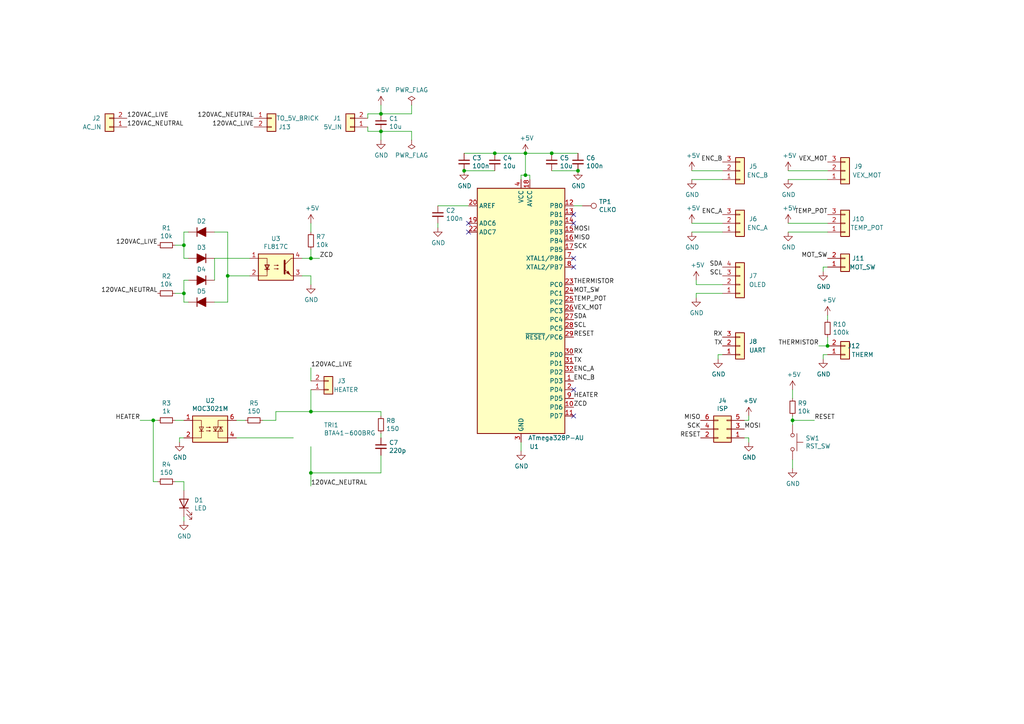
<source format=kicad_sch>
(kicad_sch (version 20211123) (generator eeschema)
  (paper "A4")
  (lib_symbols
    (symbol "Connector:TestPoint" (pin_numbers hide) (pin_names (offset 0.762) hide)
      (property "Reference" "TP" (at 0 6.858 0))
      (property "Value" "TestPoint" (at 0 5.08 0))
      (symbol "TestPoint_0_1"
        (circle (center 0 3.302) (radius 0.762))
      )
      (symbol "TestPoint_1_1"
        (pin passive line (at 0 0 90) (length 2.54) (name "1") (number "1"))
      )
    )
    (symbol "Connector_Generic:Conn_01x02" (pin_names (offset 1.016) hide)
      (property "Reference" "J" (at 0 2.54 0))
      (property "Value" "Conn_01x02" (at 0 -5.08 0))
      (symbol "Conn_01x02_1_1"
        (rectangle (start -1.27 -2.413) (end 0 -2.667) (stroke (width 0.1524)))
        (rectangle (start -1.27 0.127) (end 0 -0.127) (stroke (width 0.1524)))
        (rectangle (start -1.27 1.27) (end 1.27 -3.81) (stroke (width 0.254)) (fill (type background)))
        (pin passive line (at -5.08 0 0) (length 3.81) (name "Pin_1") (number "1"))
        (pin passive line (at -5.08 -2.54 0) (length 3.81) (name "Pin_2") (number "2"))
      )
    )
    (symbol "Connector_Generic:Conn_01x03" (pin_names (offset 1.016) hide)
      (property "Reference" "J" (at 0 5.08 0))
      (property "Value" "Conn_01x03" (at 0 -5.08 0))
      (symbol "Conn_01x03_1_1"
        (rectangle (start -1.27 -2.413) (end 0 -2.667) (stroke (width 0.1524)))
        (rectangle (start -1.27 0.127) (end 0 -0.127) (stroke (width 0.1524)))
        (rectangle (start -1.27 2.667) (end 0 2.413) (stroke (width 0.1524)))
        (rectangle (start -1.27 3.81) (end 1.27 -3.81) (stroke (width 0.254)) (fill (type background)))
        (pin passive line (at -5.08 2.54 0) (length 3.81) (name "Pin_1") (number "1"))
        (pin passive line (at -5.08 0 0) (length 3.81) (name "Pin_2") (number "2"))
        (pin passive line (at -5.08 -2.54 0) (length 3.81) (name "Pin_3") (number "3"))
      )
    )
    (symbol "Connector_Generic:Conn_01x04" (pin_names (offset 1.016) hide)
      (property "Reference" "J" (at 0 5.08 0))
      (property "Value" "Conn_01x04" (at 0 -7.62 0))
      (symbol "Conn_01x04_1_1"
        (rectangle (start -1.27 -4.953) (end 0 -5.207) (stroke (width 0.1524)))
        (rectangle (start -1.27 -2.413) (end 0 -2.667) (stroke (width 0.1524)))
        (rectangle (start -1.27 0.127) (end 0 -0.127) (stroke (width 0.1524)))
        (rectangle (start -1.27 2.667) (end 0 2.413) (stroke (width 0.1524)))
        (rectangle (start -1.27 3.81) (end 1.27 -6.35) (stroke (width 0.254)) (fill (type background)))
        (pin passive line (at -5.08 2.54 0) (length 3.81) (name "Pin_1") (number "1"))
        (pin passive line (at -5.08 0 0) (length 3.81) (name "Pin_2") (number "2"))
        (pin passive line (at -5.08 -2.54 0) (length 3.81) (name "Pin_3") (number "3"))
        (pin passive line (at -5.08 -5.08 0) (length 3.81) (name "Pin_4") (number "4"))
      )
    )
    (symbol "Connector_Generic:Conn_02x03_Odd_Even" (pin_names (offset 1.016) hide)
      (property "Reference" "J" (at 1.27 5.08 0))
      (property "Value" "Conn_02x03_Odd_Even" (at 1.27 -5.08 0))
      (symbol "Conn_02x03_Odd_Even_1_1"
        (rectangle (start -1.27 -2.413) (end 0 -2.667) (stroke (width 0.1524)))
        (rectangle (start -1.27 0.127) (end 0 -0.127) (stroke (width 0.1524)))
        (rectangle (start -1.27 2.667) (end 0 2.413) (stroke (width 0.1524)))
        (rectangle (start -1.27 3.81) (end 3.81 -3.81) (stroke (width 0.254)) (fill (type background)))
        (rectangle (start 3.81 -2.413) (end 2.54 -2.667) (stroke (width 0.1524)))
        (rectangle (start 3.81 0.127) (end 2.54 -0.127) (stroke (width 0.1524)))
        (rectangle (start 3.81 2.667) (end 2.54 2.413) (stroke (width 0.1524)))
        (pin passive line (at -5.08 2.54 0) (length 3.81) (name "Pin_1") (number "1"))
        (pin passive line (at 7.62 2.54 180) (length 3.81) (name "Pin_2") (number "2"))
        (pin passive line (at -5.08 0 0) (length 3.81) (name "Pin_3") (number "3"))
        (pin passive line (at 7.62 0 180) (length 3.81) (name "Pin_4") (number "4"))
        (pin passive line (at -5.08 -2.54 0) (length 3.81) (name "Pin_5") (number "5"))
        (pin passive line (at 7.62 -2.54 180) (length 3.81) (name "Pin_6") (number "6"))
      )
    )
    (symbol "Device:C_Small" (pin_numbers hide) (pin_names (offset 0.254) hide)
      (property "Reference" "C" (at 0.254 1.778 0))
      (property "Value" "C_Small" (at 0.254 -2.032 0))
      (symbol "C_Small_0_1"
        (polyline (pts (xy -1.524 -0.508) (xy 1.524 -0.508)) (stroke (width 0.3302)))
        (polyline (pts (xy -1.524 0.508) (xy 1.524 0.508)) (stroke (width 0.3048)))
      )
      (symbol "C_Small_1_1"
        (pin passive line (at 0 2.54 270) (length 2.032) (name "~") (number "1"))
        (pin passive line (at 0 -2.54 90) (length 2.032) (name "~") (number "2"))
      )
    )
    (symbol "Device:D_Filled" (pin_numbers hide) (pin_names (offset 1.016) hide)
      (property "Reference" "D" (at 0 2.54 0))
      (property "Value" "D_Filled" (at 0 -2.54 0))
      (symbol "D_Filled_0_1"
        (polyline (pts (xy -1.27 1.27) (xy -1.27 -1.27)) (stroke (width 0.254)))
        (polyline (pts (xy 1.27 0) (xy -1.27 0)))
        (polyline (pts (xy 1.27 1.27) (xy 1.27 -1.27) (xy -1.27 0) (xy 1.27 1.27)) (stroke (width 0.254)) (fill (type outline)))
      )
      (symbol "D_Filled_1_1"
        (pin passive line (at -3.81 0 0) (length 2.54) (name "K") (number "1"))
        (pin passive line (at 3.81 0 180) (length 2.54) (name "A") (number "2"))
      )
    )
    (symbol "Device:LED" (pin_numbers hide) (pin_names (offset 1.016) hide)
      (property "Reference" "D" (at 0 2.54 0))
      (property "Value" "LED" (at 0 -2.54 0))
      (symbol "LED_0_1"
        (polyline (pts (xy -1.27 -1.27) (xy -1.27 1.27)) (stroke (width 0.254)))
        (polyline (pts (xy -1.27 0) (xy 1.27 0)))
        (polyline (pts (xy 1.27 -1.27) (xy 1.27 1.27) (xy -1.27 0) (xy 1.27 -1.27)) (stroke (width 0.254)))
        (polyline (pts (xy -3.048 -0.762) (xy -4.572 -2.286) (xy -3.81 -2.286) (xy -4.572 -2.286) (xy -4.572 -1.524)))
        (polyline (pts (xy -1.778 -0.762) (xy -3.302 -2.286) (xy -2.54 -2.286) (xy -3.302 -2.286) (xy -3.302 -1.524)))
      )
      (symbol "LED_1_1"
        (pin passive line (at -3.81 0 0) (length 2.54) (name "K") (number "1"))
        (pin passive line (at 3.81 0 180) (length 2.54) (name "A") (number "2"))
      )
    )
    (symbol "Device:R_Small" (pin_numbers hide) (pin_names (offset 0.254) hide)
      (property "Reference" "R" (at 0.762 0.508 0))
      (property "Value" "R_Small" (at 0.762 -1.016 0))
      (symbol "R_Small_0_1"
        (rectangle (start -0.762 1.778) (end 0.762 -1.778) (stroke (width 0.2032)))
      )
      (symbol "R_Small_1_1"
        (pin passive line (at 0 2.54 270) (length 0.762) (name "~") (number "1"))
        (pin passive line (at 0 -2.54 90) (length 0.762) (name "~") (number "2"))
      )
    )
    (symbol "Isolator:SFH617A-1" (pin_names (offset 1.016))
      (property "Reference" "U" (at -5.08 5.08 0))
      (property "Value" "SFH617A-1" (at 0 5.08 0))
      (symbol "SFH617A-1_0_1"
        (rectangle (start -5.08 3.81) (end 5.08 -3.81) (stroke (width 0.254)) (fill (type background)))
        (polyline (pts (xy -3.175 -0.635) (xy -1.905 -0.635)) (stroke (width 0.254)))
        (polyline (pts (xy 2.54 0.635) (xy 4.445 2.54)))
        (polyline (pts (xy 4.445 -2.54) (xy 2.54 -0.635)) (fill (type outline)))
        (polyline (pts (xy 4.445 -2.54) (xy 5.08 -2.54)))
        (polyline (pts (xy 4.445 2.54) (xy 5.08 2.54)))
        (polyline (pts (xy -2.54 -0.635) (xy -2.54 -2.54) (xy -5.08 -2.54)))
        (polyline (pts (xy 2.54 1.905) (xy 2.54 -1.905) (xy 2.54 -1.905)) (stroke (width 0.508)))
        (polyline (pts (xy -5.08 2.54) (xy -2.54 2.54) (xy -2.54 -1.27) (xy -2.54 0.635)))
        (polyline (pts (xy -2.54 -0.635) (xy -3.175 0.635) (xy -1.905 0.635) (xy -2.54 -0.635)) (stroke (width 0.254)))
        (polyline (pts (xy -0.508 -0.508) (xy 0.762 -0.508) (xy 0.381 -0.635) (xy 0.381 -0.381) (xy 0.762 -0.508)))
        (polyline (pts (xy -0.508 0.508) (xy 0.762 0.508) (xy 0.381 0.381) (xy 0.381 0.635) (xy 0.762 0.508)))
        (polyline (pts (xy 3.048 -1.651) (xy 3.556 -1.143) (xy 4.064 -2.159) (xy 3.048 -1.651) (xy 3.048 -1.651)) (fill (type outline)))
      )
      (symbol "SFH617A-1_1_1"
        (pin passive line (at -7.62 2.54 0) (length 2.54) (name "~") (number "1"))
        (pin passive line (at -7.62 -2.54 0) (length 2.54) (name "~") (number "2"))
        (pin passive line (at 7.62 -2.54 180) (length 2.54) (name "~") (number "3"))
        (pin passive line (at 7.62 2.54 180) (length 2.54) (name "~") (number "4"))
      )
    )
    (symbol "MCU_Microchip_ATmega:ATmega328P-A"
      (property "Reference" "U" (at -12.7 36.83 0))
      (property "Value" "ATmega328P-A" (at 2.54 -36.83 0))
      (symbol "ATmega328P-A_0_1"
        (rectangle (start -12.7 -35.56) (end 12.7 35.56) (stroke (width 0.254)) (fill (type background)))
      )
      (symbol "ATmega328P-A_1_1"
        (pin bidirectional line (at 15.24 -20.32 180) (length 2.54) (name "PD3") (number "1"))
        (pin bidirectional line (at 15.24 -27.94 180) (length 2.54) (name "PD6") (number "10"))
        (pin bidirectional line (at 15.24 -30.48 180) (length 2.54) (name "PD7") (number "11"))
        (pin bidirectional line (at 15.24 30.48 180) (length 2.54) (name "PB0") (number "12"))
        (pin bidirectional line (at 15.24 27.94 180) (length 2.54) (name "PB1") (number "13"))
        (pin bidirectional line (at 15.24 25.4 180) (length 2.54) (name "PB2") (number "14"))
        (pin bidirectional line (at 15.24 22.86 180) (length 2.54) (name "PB3") (number "15"))
        (pin bidirectional line (at 15.24 20.32 180) (length 2.54) (name "PB4") (number "16"))
        (pin bidirectional line (at 15.24 17.78 180) (length 2.54) (name "PB5") (number "17"))
        (pin power_in line (at 2.54 38.1 270) (length 2.54) (name "AVCC") (number "18"))
        (pin input line (at -15.24 25.4 0) (length 2.54) (name "ADC6") (number "19"))
        (pin bidirectional line (at 15.24 -22.86 180) (length 2.54) (name "PD4") (number "2"))
        (pin passive line (at -15.24 30.48 0) (length 2.54) (name "AREF") (number "20"))
        (pin passive line (at 0 -38.1 90) (length 2.54) hide (name "GND") (number "21"))
        (pin input line (at -15.24 22.86 0) (length 2.54) (name "ADC7") (number "22"))
        (pin bidirectional line (at 15.24 7.62 180) (length 2.54) (name "PC0") (number "23"))
        (pin bidirectional line (at 15.24 5.08 180) (length 2.54) (name "PC1") (number "24"))
        (pin bidirectional line (at 15.24 2.54 180) (length 2.54) (name "PC2") (number "25"))
        (pin bidirectional line (at 15.24 0 180) (length 2.54) (name "PC3") (number "26"))
        (pin bidirectional line (at 15.24 -2.54 180) (length 2.54) (name "PC4") (number "27"))
        (pin bidirectional line (at 15.24 -5.08 180) (length 2.54) (name "PC5") (number "28"))
        (pin bidirectional line (at 15.24 -7.62 180) (length 2.54) (name "~{RESET}/PC6") (number "29"))
        (pin power_in line (at 0 -38.1 90) (length 2.54) (name "GND") (number "3"))
        (pin bidirectional line (at 15.24 -12.7 180) (length 2.54) (name "PD0") (number "30"))
        (pin bidirectional line (at 15.24 -15.24 180) (length 2.54) (name "PD1") (number "31"))
        (pin bidirectional line (at 15.24 -17.78 180) (length 2.54) (name "PD2") (number "32"))
        (pin power_in line (at 0 38.1 270) (length 2.54) (name "VCC") (number "4"))
        (pin passive line (at 0 -38.1 90) (length 2.54) hide (name "GND") (number "5"))
        (pin passive line (at 0 38.1 270) (length 2.54) hide (name "VCC") (number "6"))
        (pin bidirectional line (at 15.24 15.24 180) (length 2.54) (name "XTAL1/PB6") (number "7"))
        (pin bidirectional line (at 15.24 12.7 180) (length 2.54) (name "XTAL2/PB7") (number "8"))
        (pin bidirectional line (at 15.24 -25.4 180) (length 2.54) (name "PD5") (number "9"))
      )
    )
    (symbol "Relay_SolidState:MOC3021M"
      (property "Reference" "U" (at -5.334 4.826 0))
      (property "Value" "MOC3021M" (at 0 5.08 0))
      (symbol "MOC3021M_0_1"
        (rectangle (start -5.08 3.81) (end 5.08 -3.81) (stroke (width 0.254)) (fill (type background)))
        (polyline (pts (xy -3.175 -0.635) (xy -1.905 -0.635)))
        (polyline (pts (xy 1.524 -0.635) (xy 1.524 0.635)))
        (polyline (pts (xy 3.048 0.635) (xy 3.048 -0.635)))
        (polyline (pts (xy 2.286 -0.635) (xy 2.286 -2.54) (xy 5.08 -2.54)))
        (polyline (pts (xy 2.286 0.635) (xy 2.286 2.54) (xy 5.08 2.54)))
        (polyline (pts (xy -5.08 2.54) (xy -2.54 2.54) (xy -2.54 -2.54) (xy -5.08 -2.54)))
        (polyline (pts (xy -2.54 -0.635) (xy -3.175 0.635) (xy -1.905 0.635) (xy -2.54 -0.635)))
        (polyline (pts (xy 0.889 -0.635) (xy 3.683 -0.635) (xy 3.048 0.635) (xy 2.413 -0.635)))
        (polyline (pts (xy 3.683 0.635) (xy 0.889 0.635) (xy 1.524 -0.635) (xy 2.159 0.635)))
        (polyline (pts (xy -1.143 -0.508) (xy 0.127 -0.508) (xy -0.254 -0.635) (xy -0.254 -0.381) (xy 0.127 -0.508)))
        (polyline (pts (xy -1.143 0.508) (xy 0.127 0.508) (xy -0.254 0.381) (xy -0.254 0.635) (xy 0.127 0.508)))
      )
      (symbol "MOC3021M_1_1"
        (pin passive line (at -7.62 2.54 0) (length 2.54) (name "~") (number "1"))
        (pin passive line (at -7.62 -2.54 0) (length 2.54) (name "~") (number "2"))
        (pin no_connect line (at -5.08 0 0) (length 2.54) hide (name "NC") (number "3"))
        (pin passive line (at 7.62 -2.54 180) (length 2.54) (name "~") (number "4"))
        (pin no_connect line (at 5.08 0 180) (length 2.54) hide (name "NC") (number "5"))
        (pin passive line (at 7.62 2.54 180) (length 2.54) (name "~") (number "6"))
      )
    )
    (symbol "Switch:SW_Push" (pin_numbers hide) (pin_names (offset 1.016) hide)
      (property "Reference" "SW" (at 1.27 2.54 0))
      (property "Value" "SW_Push" (at 0 -1.524 0))
      (symbol "SW_Push_0_1"
        (circle (center -2.032 0) (radius 0.508))
        (polyline (pts (xy 0 1.27) (xy 0 3.048)))
        (polyline (pts (xy 2.54 1.27) (xy -2.54 1.27)))
        (circle (center 2.032 0) (radius 0.508))
        (pin passive line (at -5.08 0 0) (length 2.54) (name "1") (number "1"))
        (pin passive line (at 5.08 0 180) (length 2.54) (name "2") (number "2"))
      )
    )
    (symbol "power:+5V" (power) (pin_names (offset 0))
      (property "Value" "+5V" (at 0 3.556 0))
      (symbol "+5V_0_1"
        (polyline (pts (xy -0.762 1.27) (xy 0 2.54)))
        (polyline (pts (xy 0 0) (xy 0 2.54)))
        (polyline (pts (xy 0 2.54) (xy 0.762 1.27)))
      )
      (symbol "+5V_1_1"
        (pin power_in line (at 0 0 90) (length 0) hide (name "+5V") (number "1"))
      )
    )
    (symbol "power:GND" (power) (pin_names (offset 0))
      (property "Value" "GND" (at 0 -3.81 0))
      (symbol "GND_0_1"
        (polyline (pts (xy 0 0) (xy 0 -1.27) (xy 1.27 -1.27) (xy 0 -2.54) (xy -1.27 -1.27) (xy 0 -1.27)))
      )
      (symbol "GND_1_1"
        (pin power_in line (at 0 0 270) (length 0) hide (name "GND") (number "1"))
      )
    )
    (symbol "power:PWR_FLAG" (power) (pin_numbers hide) (pin_names (offset 0) hide)
      (property "Value" "PWR_FLAG" (at 0 3.81 0))
      (symbol "PWR_FLAG_0_0"
        (pin power_out line (at 0 0 90) (length 0) (name "pwr") (number "1"))
      )
      (symbol "PWR_FLAG_0_1"
        (polyline (pts (xy 0 0) (xy 0 1.27) (xy -1.016 1.905) (xy 0 2.54) (xy 1.016 1.905) (xy 0 1.27)))
      )
    )
  )
  (junction (at 66.04 80.01))
  (junction (at 167.64 49.53))
  (junction (at 229.87 121.92))
  (junction (at 53.34 71.12))
  (junction (at 90.17 119.38))
  (junction (at 152.4 50.8))
  (junction (at 134.62 49.53))
  (junction (at 90.17 74.93))
  (junction (at 44.45 121.92))
  (junction (at 53.34 85.09))
  (junction (at 143.51 44.45))
  (junction (at 152.4 44.45))
  (junction (at 90.17 137.16))
  (junction (at 240.03 100.33))
  (junction (at 110.49 33.02))
  (junction (at 160.02 44.45))
  (junction (at 110.49 38.1))
  (no_connect (at 166.37 113.03))
  (no_connect (at 135.89 64.77))
  (no_connect (at 166.37 64.77))
  (no_connect (at 166.37 62.23))
  (no_connect (at 166.37 77.47))
  (no_connect (at 166.37 120.65))
  (no_connect (at 135.89 67.31))
  (no_connect (at 166.37 74.93))
  (wire (pts (xy 110.49 137.16) (xy 110.49 132.08)))
  (wire (pts (xy 240.03 67.31) (xy 228.6 67.31)))
  (wire (pts (xy 152.4 50.8) (xy 153.67 50.8)))
  (wire (pts (xy 90.17 113.03) (xy 90.17 119.38)))
  (wire (pts (xy 160.02 49.53) (xy 167.64 49.53)))
  (wire (pts (xy 53.34 85.09) (xy 53.34 87.63)))
  (wire (pts (xy 217.17 127) (xy 217.17 128.27)))
  (wire (pts (xy 209.55 67.31) (xy 200.66 67.31)))
  (wire (pts (xy 106.68 33.02) (xy 110.49 33.02)))
  (wire (pts (xy 217.17 121.92) (xy 217.17 120.65)))
  (wire (pts (xy 209.55 52.07) (xy 200.66 52.07)))
  (wire (pts (xy 240.03 77.47) (xy 238.76 77.47)))
  (wire (pts (xy 53.34 139.7) (xy 53.34 142.24)))
  (wire (pts (xy 238.76 102.87) (xy 238.76 104.14)))
  (wire (pts (xy 110.49 119.38) (xy 110.49 120.65)))
  (wire (pts (xy 44.45 121.92) (xy 40.64 121.92)))
  (wire (pts (xy 151.13 52.07) (xy 151.13 50.8)))
  (wire (pts (xy 152.4 44.45) (xy 160.02 44.45)))
  (wire (pts (xy 72.39 74.93) (xy 62.23 74.93)))
  (wire (pts (xy 90.17 129.54) (xy 90.17 137.16)))
  (wire (pts (xy 143.51 49.53) (xy 134.62 49.53)))
  (wire (pts (xy 240.03 91.44) (xy 240.03 92.71)))
  (wire (pts (xy 53.34 87.63) (xy 54.61 87.63)))
  (wire (pts (xy 80.01 119.38) (xy 90.17 119.38)))
  (wire (pts (xy 200.66 64.77) (xy 209.55 64.77)))
  (wire (pts (xy 200.66 49.53) (xy 209.55 49.53)))
  (wire (pts (xy 110.49 30.48) (xy 110.49 33.02)))
  (wire (pts (xy 167.64 44.45) (xy 160.02 44.45)))
  (wire (pts (xy 153.67 50.8) (xy 153.67 52.07)))
  (wire (pts (xy 87.63 74.93) (xy 90.17 74.93)))
  (wire (pts (xy 106.68 34.29) (xy 106.68 33.02)))
  (wire (pts (xy 62.23 81.28) (xy 62.23 74.93)))
  (wire (pts (xy 134.62 44.45) (xy 143.51 44.45)))
  (wire (pts (xy 201.93 82.55) (xy 201.93 81.28)))
  (wire (pts (xy 119.38 40.64) (xy 119.38 38.1)))
  (wire (pts (xy 228.6 49.53) (xy 240.03 49.53)))
  (wire (pts (xy 209.55 102.87) (xy 208.28 102.87)))
  (wire (pts (xy 66.04 87.63) (xy 62.23 87.63)))
  (wire (pts (xy 119.38 33.02) (xy 119.38 30.48)))
  (wire (pts (xy 52.07 127) (xy 52.07 128.27)))
  (wire (pts (xy 72.39 80.01) (xy 66.04 80.01)))
  (wire (pts (xy 53.34 71.12) (xy 53.34 67.31)))
  (wire (pts (xy 54.61 74.93) (xy 53.34 74.93)))
  (wire (pts (xy 201.93 85.09) (xy 201.93 86.36)))
  (wire (pts (xy 66.04 80.01) (xy 66.04 87.63)))
  (wire (pts (xy 209.55 85.09) (xy 201.93 85.09)))
  (wire (pts (xy 151.13 50.8) (xy 152.4 50.8)))
  (wire (pts (xy 229.87 115.57) (xy 229.87 113.03)))
  (wire (pts (xy 50.8 139.7) (xy 53.34 139.7)))
  (wire (pts (xy 62.23 67.31) (xy 66.04 67.31)))
  (wire (pts (xy 238.76 77.47) (xy 238.76 78.74)))
  (wire (pts (xy 90.17 64.77) (xy 90.17 67.31)))
  (wire (pts (xy 45.72 139.7) (xy 44.45 139.7)))
  (wire (pts (xy 240.03 52.07) (xy 228.6 52.07)))
  (wire (pts (xy 50.8 121.92) (xy 53.34 121.92)))
  (wire (pts (xy 215.9 121.92) (xy 217.17 121.92)))
  (wire (pts (xy 66.04 67.31) (xy 66.04 80.01)))
  (wire (pts (xy 80.01 121.92) (xy 80.01 119.38)))
  (wire (pts (xy 90.17 137.16) (xy 90.17 140.97)))
  (wire (pts (xy 53.34 74.93) (xy 53.34 71.12)))
  (wire (pts (xy 106.68 36.83) (xy 106.68 38.1)))
  (wire (pts (xy 90.17 137.16) (xy 110.49 137.16)))
  (wire (pts (xy 106.68 38.1) (xy 110.49 38.1)))
  (wire (pts (xy 50.8 71.12) (xy 53.34 71.12)))
  (wire (pts (xy 237.49 100.33) (xy 240.03 100.33)))
  (wire (pts (xy 110.49 125.73) (xy 110.49 127)))
  (wire (pts (xy 119.38 38.1) (xy 110.49 38.1)))
  (wire (pts (xy 166.37 59.69) (xy 168.91 59.69)))
  (wire (pts (xy 68.58 127) (xy 85.09 127)))
  (wire (pts (xy 229.87 120.65) (xy 229.87 121.92)))
  (wire (pts (xy 209.55 82.55) (xy 201.93 82.55)))
  (wire (pts (xy 229.87 133.35) (xy 229.87 135.89)))
  (wire (pts (xy 87.63 80.01) (xy 90.17 80.01)))
  (wire (pts (xy 54.61 81.28) (xy 53.34 81.28)))
  (wire (pts (xy 228.6 64.77) (xy 240.03 64.77)))
  (wire (pts (xy 45.72 121.92) (xy 44.45 121.92)))
  (wire (pts (xy 127 59.69) (xy 135.89 59.69)))
  (wire (pts (xy 76.2 121.92) (xy 80.01 121.92)))
  (wire (pts (xy 90.17 74.93) (xy 92.71 74.93)))
  (wire (pts (xy 53.34 127) (xy 52.07 127)))
  (wire (pts (xy 127 64.77) (xy 127 66.04)))
  (wire (pts (xy 240.03 102.87) (xy 238.76 102.87)))
  (wire (pts (xy 240.03 97.79) (xy 240.03 100.33)))
  (wire (pts (xy 50.8 85.09) (xy 53.34 85.09)))
  (wire (pts (xy 110.49 40.64) (xy 110.49 38.1)))
  (wire (pts (xy 53.34 81.28) (xy 53.34 85.09)))
  (wire (pts (xy 68.58 121.92) (xy 71.12 121.92)))
  (wire (pts (xy 44.45 139.7) (xy 44.45 121.92)))
  (wire (pts (xy 90.17 106.68) (xy 90.17 110.49)))
  (wire (pts (xy 215.9 127) (xy 217.17 127)))
  (wire (pts (xy 110.49 33.02) (xy 119.38 33.02)))
  (wire (pts (xy 53.34 67.31) (xy 54.61 67.31)))
  (wire (pts (xy 229.87 121.92) (xy 236.22 121.92)))
  (wire (pts (xy 110.49 119.38) (xy 90.17 119.38)))
  (wire (pts (xy 90.17 74.93) (xy 90.17 72.39)))
  (wire (pts (xy 143.51 44.45) (xy 152.4 44.45)))
  (wire (pts (xy 229.87 121.92) (xy 229.87 123.19)))
  (wire (pts (xy 152.4 50.8) (xy 152.4 44.45)))
  (wire (pts (xy 90.17 80.01) (xy 90.17 82.55)))
  (wire (pts (xy 208.28 102.87) (xy 208.28 104.14)))
  (wire (pts (xy 151.13 128.27) (xy 151.13 130.81)))
  (wire (pts (xy 53.34 149.86) (xy 53.34 151.13)))
  (label "SDA" (at 166.37 92.71 0))
  (label "ENC_A" (at 166.37 107.95 0))
  (label "MOT_SW" (at 240.03 74.93 180))
  (label "THERMISTOR" (at 166.37 82.55 0))
  (label "SCL" (at 166.37 95.25 0))
  (label "SDA" (at 209.55 77.47 180))
  (label "THERMISTOR" (at 237.49 100.33 180))
  (label "120VAC_LIVE" (at 90.17 106.68 0))
  (label "RESET" (at 166.37 97.79 0))
  (label "120VAC_NEUTRAL" (at 45.72 85.09 180))
  (label "HEATER" (at 40.64 121.92 180))
  (label "TX" (at 209.55 100.33 180))
  (label "TX" (at 166.37 105.41 0))
  (label "VEX_MOT" (at 166.37 90.17 0))
  (label "120VAC_NEUTRAL" (at 73.66 34.29 180))
  (label "ZCD" (at 92.71 74.93 0))
  (label "ZCD" (at 166.37 118.11 0))
  (label "120VAC_NEUTRAL" (at 36.83 36.83 0))
  (label "MOSI" (at 166.37 67.31 0))
  (label "RESET" (at 236.22 121.92 0))
  (label "VEX_MOT" (at 240.03 46.99 180))
  (label "RX" (at 166.37 102.87 0))
  (label "120VAC_LIVE" (at 45.72 71.12 180))
  (label "SCK" (at 166.37 72.39 0))
  (label "RESET" (at 203.2 127 180))
  (label "120VAC_LIVE" (at 73.66 36.83 180))
  (label "MOSI" (at 215.9 124.46 0))
  (label "MISO" (at 166.37 69.85 0))
  (label "MOT_SW" (at 166.37 85.09 0))
  (label "HEATER" (at 166.37 115.57 0))
  (label "120VAC_NEUTRAL" (at 90.17 140.97 0))
  (label "RX" (at 209.55 97.79 180))
  (label "ENC_B" (at 209.55 46.99 180))
  (label "TEMP_POT" (at 240.03 62.23 180))
  (label "120VAC_LIVE" (at 36.83 34.29 0))
  (label "SCL" (at 209.55 80.01 180))
  (label "SCK" (at 203.2 124.46 180))
  (label "ENC_B" (at 166.37 110.49 0))
  (label "MISO" (at 203.2 121.92 180))
  (label "TEMP_POT" (at 166.37 87.63 0))
  (label "ENC_A" (at 209.55 62.23 180))
  (symbol (lib_id "MCU_Microchip_ATmega:ATmega328P-A") (at 151.13 90.17 0) (unit 1)
    (property "Reference" "U1" (at 154.94 129.54 0))
    (property "Value" "ATmega328P-AU" (at 161.29 127 0))
    (property "Footprint" "Package_QFP:TQFP-32_7x7mm_P0.8mm" (effects hide))
    (property "Datasheet" "http://ww1.microchip.com/downloads/en/DeviceDoc/ATmega328_P%20AVR%20MCU%20with%20picoPower%20Technology%20Data%20Sheet%2040001984A.pdf" (effects hide))
  )
  (symbol (lib_id "Connector_Generic:Conn_01x02") (at 101.6 36.83 180) (unit 1)
    (property "Reference" "J1" (at 97.79 34.29 0))
    (property "Value" "5V_IN" (at 96.52 36.83 0))
    (property "Footprint" "Connector_JST:JST_PH_B2B-PH-K_1x02_P2.00mm_Vertical" (effects hide))
  )
  (symbol (lib_id "power:GND") (at 110.49 40.64 0) (unit 1)
    (property "Reference" "#PWR0101" (effects hide))
    (property "Value" "GND" (at 110.617 45.0342 0))
  )
  (symbol (lib_id "power:+5V") (at 110.49 30.48 0) (unit 1)
    (property "Reference" "#PWR0102" (effects hide))
    (property "Value" "+5V" (at 110.871 26.0858 0))
  )
  (symbol (lib_id "power:GND") (at 151.13 130.81 0) (unit 1)
    (property "Reference" "#PWR0103" (effects hide))
    (property "Value" "GND" (at 151.257 135.2042 0))
  )
  (symbol (lib_id "power:+5V") (at 152.4 44.45 0) (unit 1)
    (property "Reference" "#PWR0104" (effects hide))
    (property "Value" "+5V" (at 152.781 40.0558 0))
  )
  (symbol (lib_id "Device:C_Small") (at 110.49 35.56 0) (unit 1)
    (property "Reference" "C1" (at 112.8268 34.3916 0) (effects (justify left)))
    (property "Value" "10u" (at 112.8268 36.703 0) (effects (justify left)))
    (property "Footprint" "Capacitor_SMD:C_0805_2012Metric_Pad1.15x1.40mm_HandSolder" (effects hide))
  )
  (symbol (lib_id "Device:C_Small") (at 143.51 46.99 0) (unit 1)
    (property "Reference" "C4" (at 145.8468 45.8216 0) (effects (justify left)))
    (property "Value" "10u" (at 145.8468 48.133 0) (effects (justify left)))
    (property "Footprint" "Capacitor_SMD:C_0805_2012Metric_Pad1.15x1.40mm_HandSolder" (effects hide))
  )
  (symbol (lib_id "Device:C_Small") (at 160.02 46.99 0) (unit 1)
    (property "Reference" "C5" (at 162.3568 45.8216 0) (effects (justify left)))
    (property "Value" "10u" (at 162.3568 48.133 0) (effects (justify left)))
    (property "Footprint" "Capacitor_SMD:C_0805_2012Metric_Pad1.15x1.40mm_HandSolder" (effects hide))
  )
  (symbol (lib_id "Device:C_Small") (at 134.62 46.99 0) (unit 1)
    (property "Reference" "C3" (at 136.9568 45.8216 0) (effects (justify left)))
    (property "Value" "100n" (at 136.9568 48.133 0) (effects (justify left)))
    (property "Footprint" "Capacitor_SMD:C_0805_2012Metric_Pad1.15x1.40mm_HandSolder" (effects hide))
  )
  (symbol (lib_id "Device:C_Small") (at 167.64 46.99 0) (unit 1)
    (property "Reference" "C6" (at 169.9768 45.8216 0) (effects (justify left)))
    (property "Value" "100n" (at 169.9768 48.133 0) (effects (justify left)))
    (property "Footprint" "Capacitor_SMD:C_0805_2012Metric_Pad1.15x1.40mm_HandSolder" (effects hide))
  )
  (symbol (lib_id "power:GND") (at 134.62 49.53 0) (unit 1)
    (property "Reference" "#PWR0105" (effects hide))
    (property "Value" "GND" (at 134.747 53.9242 0))
  )
  (symbol (lib_id "power:GND") (at 167.64 49.53 0) (unit 1)
    (property "Reference" "#PWR0106" (effects hide))
    (property "Value" "GND" (at 167.767 53.9242 0))
  )
  (symbol (lib_id "Device:C_Small") (at 127 62.23 0) (unit 1)
    (property "Reference" "C2" (at 129.3368 61.0616 0) (effects (justify left)))
    (property "Value" "100n" (at 129.3368 63.373 0) (effects (justify left)))
    (property "Footprint" "Capacitor_SMD:C_0805_2012Metric_Pad1.15x1.40mm_HandSolder" (effects hide))
  )
  (symbol (lib_id "power:GND") (at 127 66.04 0) (unit 1)
    (property "Reference" "#PWR0107" (effects hide))
    (property "Value" "GND" (at 127.127 70.4342 0))
  )
  (symbol (lib_id "Connector_Generic:Conn_02x03_Odd_Even") (at 210.82 124.46 180) (unit 1)
    (property "Reference" "J4" (at 209.55 116.205 0))
    (property "Value" "ISP" (at 209.55 118.5164 0))
    (property "Footprint" "Connector_PinHeader_2.54mm:PinHeader_2x03_P2.54mm_Vertical" (effects hide))
  )
  (symbol (lib_id "power:+5V") (at 217.17 120.65 0) (unit 1)
    (property "Reference" "#PWR0108" (effects hide))
    (property "Value" "+5V" (at 217.551 116.2558 0))
  )
  (symbol (lib_id "power:GND") (at 217.17 128.27 0) (unit 1)
    (property "Reference" "#PWR0109" (effects hide))
    (property "Value" "GND" (at 217.297 132.6642 0))
  )
  (symbol (lib_id "Device:R_Small") (at 229.87 118.11 0) (unit 1)
    (property "Reference" "R9" (at 231.3686 116.9416 0) (effects (justify left)))
    (property "Value" "10k" (at 231.3686 119.253 0) (effects (justify left)))
    (property "Footprint" "Resistor_SMD:R_0603_1608Metric_Pad1.05x0.95mm_HandSolder" (effects hide))
  )
  (symbol (lib_id "Switch:SW_Push") (at 229.87 128.27 270) (unit 1)
    (property "Reference" "SW1" (at 233.6292 127.1016 90) (effects (justify left)))
    (property "Value" "RST_SW" (at 233.6292 129.413 90) (effects (justify left)))
    (property "Footprint" "Button_Switch_THT:SW_PUSH_6mm_H5mm" (effects hide))
  )
  (symbol (lib_id "power:+5V") (at 229.87 113.03 0) (unit 1)
    (property "Reference" "#PWR0110" (effects hide))
    (property "Value" "+5V" (at 230.251 108.6358 0))
  )
  (symbol (lib_id "power:GND") (at 229.87 135.89 0) (unit 1)
    (property "Reference" "#PWR0111" (effects hide))
    (property "Value" "GND" (at 229.997 140.2842 0))
  )
  (symbol (lib_id "Connector_Generic:Conn_01x03") (at 214.63 100.33 0) (mirror x) (unit 1)
    (property "Reference" "J8" (at 218.44 99.06 0))
    (property "Value" "UART" (at 219.71 101.6 0))
    (property "Footprint" "Connector_PinHeader_2.54mm:PinHeader_1x03_P2.54mm_Vertical" (effects hide))
  )
  (symbol (lib_id "power:GND") (at 208.28 104.14 0) (unit 1)
    (property "Reference" "#PWR0112" (effects hide))
    (property "Value" "GND" (at 208.407 108.5342 0))
  )
  (symbol (lib_id "Connector_Generic:Conn_01x04") (at 214.63 82.55 0) (mirror x) (unit 1)
    (property "Reference" "J7" (at 218.44 80.01 0))
    (property "Value" "OLED" (at 219.71 82.55 0))
    (property "Footprint" "Connector_PinHeader_2.54mm:PinHeader_1x04_P2.54mm_Vertical" (effects hide))
  )
  (symbol (lib_id "power:+5V") (at 201.93 81.28 0) (unit 1)
    (property "Reference" "#PWR0113" (effects hide))
    (property "Value" "+5V" (at 202.311 76.8858 0))
  )
  (symbol (lib_id "power:GND") (at 201.93 86.36 0) (unit 1)
    (property "Reference" "#PWR0114" (effects hide))
    (property "Value" "GND" (at 202.057 90.7542 0))
  )
  (symbol (lib_id "Connector_Generic:Conn_01x03") (at 214.63 64.77 0) (mirror x) (unit 1)
    (property "Reference" "J6" (at 218.44 63.5 0))
    (property "Value" "ENC_A" (at 219.71 66.04 0))
    (property "Footprint" "Connector_PinHeader_2.54mm:PinHeader_1x03_P2.54mm_Vertical" (effects hide))
  )
  (symbol (lib_id "power:+5V") (at 200.66 64.77 0) (unit 1)
    (property "Reference" "#PWR0115" (effects hide))
    (property "Value" "+5V" (at 201.041 60.3758 0))
  )
  (symbol (lib_id "power:GND") (at 200.66 67.31 0) (unit 1)
    (property "Reference" "#PWR0116" (effects hide))
    (property "Value" "GND" (at 200.787 71.7042 0))
  )
  (symbol (lib_id "Connector_Generic:Conn_01x03") (at 214.63 49.53 0) (mirror x) (unit 1)
    (property "Reference" "J5" (at 218.44 48.26 0))
    (property "Value" "ENC_B" (at 219.71 50.8 0))
    (property "Footprint" "Connector_PinHeader_2.54mm:PinHeader_1x03_P2.54mm_Vertical" (effects hide))
  )
  (symbol (lib_id "power:+5V") (at 200.66 49.53 0) (unit 1)
    (property "Reference" "#PWR0117" (effects hide))
    (property "Value" "+5V" (at 201.041 45.1358 0))
  )
  (symbol (lib_id "power:GND") (at 200.66 52.07 0) (unit 1)
    (property "Reference" "#PWR0118" (effects hide))
    (property "Value" "GND" (at 200.787 56.4642 0))
  )
  (symbol (lib_id "Connector_Generic:Conn_01x03") (at 245.11 49.53 0) (mirror x) (unit 1)
    (property "Reference" "J9" (at 248.92 48.26 0))
    (property "Value" "VEX_MOT" (at 251.46 50.8 0))
    (property "Footprint" "Connector_PinHeader_2.54mm:PinHeader_1x03_P2.54mm_Vertical" (effects hide))
  )
  (symbol (lib_id "power:+5V") (at 228.6 49.53 0) (unit 1)
    (property "Reference" "#PWR0119" (effects hide))
    (property "Value" "+5V" (at 228.981 45.1358 0))
  )
  (symbol (lib_id "power:GND") (at 228.6 52.07 0) (unit 1)
    (property "Reference" "#PWR0120" (effects hide))
    (property "Value" "GND" (at 228.727 56.4642 0))
  )
  (symbol (lib_id "Connector_Generic:Conn_01x03") (at 245.11 64.77 0) (mirror x) (unit 1)
    (property "Reference" "J10" (at 248.92 63.5 0))
    (property "Value" "TEMP_POT" (at 251.46 66.04 0))
    (property "Footprint" "Connector_PinHeader_2.54mm:PinHeader_1x03_P2.54mm_Vertical" (effects hide))
  )
  (symbol (lib_id "power:+5V") (at 228.6 64.77 0) (unit 1)
    (property "Reference" "#PWR0121" (effects hide))
    (property "Value" "+5V" (at 228.981 60.3758 0))
  )
  (symbol (lib_id "power:GND") (at 228.6 67.31 0) (unit 1)
    (property "Reference" "#PWR0122" (effects hide))
    (property "Value" "GND" (at 228.727 71.7042 0))
  )
  (symbol (lib_id "Connector_Generic:Conn_01x02") (at 245.11 77.47 0) (mirror x) (unit 1)
    (property "Reference" "J11" (at 248.92 74.93 0))
    (property "Value" "MOT_SW" (at 250.19 77.47 0))
    (property "Footprint" "Connector_JST:JST_PH_B2B-PH-K_1x02_P2.00mm_Vertical" (effects hide))
  )
  (symbol (lib_id "power:GND") (at 238.76 78.74 0) (unit 1)
    (property "Reference" "#PWR0123" (effects hide))
    (property "Value" "GND" (at 238.887 83.1342 0))
  )
  (symbol (lib_id "Connector_Generic:Conn_01x02") (at 245.11 102.87 0) (mirror x) (unit 1)
    (property "Reference" "J12" (at 247.65 100.33 0))
    (property "Value" "THERM" (at 250.19 102.87 0))
    (property "Footprint" "Connector_JST:JST_PH_B2B-PH-K_1x02_P2.00mm_Vertical" (effects hide))
  )
  (symbol (lib_id "power:GND") (at 238.76 104.14 0) (unit 1)
    (property "Reference" "#PWR0124" (effects hide))
    (property "Value" "GND" (at 238.887 108.5342 0))
  )
  (symbol (lib_id "Device:R_Small") (at 240.03 95.25 0) (unit 1)
    (property "Reference" "R10" (at 241.5286 94.0816 0) (effects (justify left)))
    (property "Value" "100k" (at 241.5286 96.393 0) (effects (justify left)))
    (property "Footprint" "Resistor_SMD:R_0603_1608Metric_Pad1.05x0.95mm_HandSolder" (effects hide))
  )
  (symbol (lib_id "power:+5V") (at 240.03 91.44 0) (unit 1)
    (property "Reference" "#PWR0125" (effects hide))
    (property "Value" "+5V" (at 240.411 87.0458 0))
  )
  (symbol (lib_id "Connector_Generic:Conn_01x02") (at 31.75 36.83 180) (unit 1)
    (property "Reference" "J2" (at 27.94 34.29 0))
    (property "Value" "AC_IN" (at 26.67 36.83 0))
    (property "Footprint" "Connector_JST:JST_PH_B2B-PH-K_1x02_P2.00mm_Vertical" (effects hide))
  )
  (symbol (lib_id "Isolator:SFH617A-1") (at 80.01 77.47 0) (unit 1)
    (property "Reference" "U3" (at 80.01 69.215 0))
    (property "Value" "FL817C" (at 80.01 71.5264 0))
    (property "Footprint" "Package_DIP:DIP-4_W7.62mm" (effects hide))
    (property "Datasheet" "http://www.vishay.com/docs/83740/sfh617a.pdf" (effects hide))
  )
  (symbol (lib_id "Device:R_Small") (at 90.17 69.85 0) (unit 1)
    (property "Reference" "R7" (at 91.6686 68.6816 0) (effects (justify left)))
    (property "Value" "10k" (at 91.6686 70.993 0) (effects (justify left)))
    (property "Footprint" "Resistor_SMD:R_0603_1608Metric_Pad1.05x0.95mm_HandSolder" (effects hide))
  )
  (symbol (lib_id "power:+5V") (at 90.17 64.77 0) (unit 1)
    (property "Reference" "#PWR0126" (effects hide))
    (property "Value" "+5V" (at 90.551 60.3758 0))
  )
  (symbol (lib_id "power:GND") (at 90.17 82.55 0) (unit 1)
    (property "Reference" "#PWR0127" (effects hide))
    (property "Value" "GND" (at 90.297 86.9442 0))
  )
  (symbol (lib_id "Device:D_Filled") (at 58.42 74.93 180) (unit 1)
    (property "Reference" "D3" (at 58.42 71.7804 0))
    (property "Value" "D_ALT" (effects hide))
    (property "Footprint" "Diode_SMD:D_MicroMELF_Hadsoldering" (effects hide))
  )
  (symbol (lib_id "Device:D_Filled") (at 58.42 81.28 180) (unit 1)
    (property "Reference" "D4" (at 58.42 78.1304 0))
    (property "Value" "D_ALT" (effects hide))
    (property "Footprint" "Diode_SMD:D_MicroMELF_Hadsoldering" (effects hide))
  )
  (symbol (lib_id "Device:D_Filled") (at 58.42 67.31 0) (unit 1)
    (property "Reference" "D2" (at 58.42 64.1604 0))
    (property "Value" "D_ALT" (effects hide))
    (property "Footprint" "Diode_SMD:D_MicroMELF_Hadsoldering" (effects hide))
  )
  (symbol (lib_id "Device:D_Filled") (at 58.42 87.63 0) (unit 1)
    (property "Reference" "D5" (at 58.42 84.4804 0))
    (property "Value" "D_ALT" (effects hide))
    (property "Footprint" "Diode_SMD:D_MicroMELF_Hadsoldering" (effects hide))
  )
  (symbol (lib_id "Device:R_Small") (at 48.26 71.12 270) (unit 1)
    (property "Reference" "R1" (at 48.26 66.1416 90))
    (property "Value" "10k" (at 48.26 68.453 90))
    (property "Footprint" "Resistor_SMD:R_0603_1608Metric_Pad1.05x0.95mm_HandSolder" (effects hide))
  )
  (symbol (lib_id "Device:R_Small") (at 48.26 85.09 270) (unit 1)
    (property "Reference" "R2" (at 48.26 80.1116 90))
    (property "Value" "10k" (at 48.26 82.423 90))
    (property "Footprint" "Resistor_SMD:R_0603_1608Metric_Pad1.05x0.95mm_HandSolder" (effects hide))
  )
  (symbol (lib_id "Relay_SolidState:MOC3021M") (at 60.96 124.46 0) (unit 1)
    (property "Reference" "U2" (at 60.96 116.205 0))
    (property "Value" "MOC3021M" (at 60.96 118.5164 0))
    (property "Footprint" "Package_DIP:DIP-6_W7.62mm" (effects hide))
    (property "Datasheet" "http://www.fairchildsemi.com/ds/MO/MOC3020M.pdf" (effects hide))
  )
  (symbol (lib_id "Device:R_Small") (at 48.26 121.92 270) (unit 1)
    (property "Reference" "R3" (at 48.26 116.9416 90))
    (property "Value" "1k" (at 48.26 119.253 90))
    (property "Footprint" "Resistor_SMD:R_0603_1608Metric_Pad1.05x0.95mm_HandSolder" (effects hide))
  )
  (symbol (lib_id "power:GND") (at 52.07 128.27 0) (unit 1)
    (property "Reference" "#PWR0128" (effects hide))
    (property "Value" "GND" (at 52.197 132.6642 0))
  )
  (symbol (lib_id "Device:R_Small") (at 48.26 139.7 270) (unit 1)
    (property "Reference" "R4" (at 48.26 134.7216 90))
    (property "Value" "150" (at 48.26 137.033 90))
    (property "Footprint" "Resistor_SMD:R_0603_1608Metric_Pad1.05x0.95mm_HandSolder" (effects hide))
  )
  (symbol (lib_id "Device:LED") (at 53.34 146.05 90) (unit 1)
    (property "Reference" "D1" (at 56.3118 145.0594 90) (effects (justify right)))
    (property "Value" "LED" (at 56.3118 147.3708 90) (effects (justify right)))
    (property "Footprint" "LED_SMD:LED_0603_1608Metric_Pad1.05x0.95mm_HandSolder" (effects hide))
  )
  (symbol (lib_id "power:GND") (at 53.34 151.13 0) (unit 1)
    (property "Reference" "#PWR0129" (effects hide))
    (property "Value" "GND" (at 53.467 155.5242 0))
  )
  (symbol (lib_id "Device:R_Small") (at 73.66 121.92 270) (unit 1)
    (property "Reference" "R5" (at 73.66 116.9416 90))
    (property "Value" "150" (at 73.66 119.253 90))
    (property "Footprint" "Resistor_SMD:R_0603_1608Metric_Pad1.05x0.95mm_HandSolder" (effects hide))
  )
  (symbol (lib_id "Connector_Generic:Conn_01x02") (at 95.25 113.03 0) (mirror x) (unit 1)
    (property "Reference" "J3" (at 99.06 110.49 0))
    (property "Value" "HEATER" (at 100.33 113.03 0))
    (property "Footprint" "Connector_JST:JST_PH_B2B-PH-K_1x02_P2.00mm_Vertical" (effects hide))
  )
  (symbol (lib_id "Device:R_Small") (at 110.49 123.19 180) (unit 1)
    (property "Reference" "R8" (at 111.9886 122.0216 0) (effects (justify right)))
    (property "Value" "150" (at 111.9886 124.333 0) (effects (justify right)))
    (property "Footprint" "Resistor_SMD:R_0603_1608Metric_Pad1.05x0.95mm_HandSolder" (effects hide))
  )
  (symbol (lib_id "Device:C_Small") (at 110.49 129.54 0) (unit 1)
    (property "Reference" "C7" (at 112.8268 128.3716 0) (effects (justify left)))
    (property "Value" "220p" (at 112.8268 130.683 0) (effects (justify left)))
    (property "Footprint" "Capacitor_SMD:C_0805_2012Metric_Pad1.15x1.40mm_HandSolder" (effects hide))
  )
  (symbol (lib_id "Connector:TestPoint") (at 168.91 59.69 270) (unit 1)
    (property "Reference" "TP1" (at 173.6852 58.5216 90) (effects (justify left)))
    (property "Value" "CLKO" (at 173.6852 60.833 90) (effects (justify left)))
    (property "Footprint" "TestPoint:TestPoint_Pad_D1.0mm" (effects hide))
  )
  (symbol (lib_id "power:PWR_FLAG") (at 119.38 30.48 0) (unit 1)
    (property "Reference" "#FLG0101" (effects hide))
    (property "Value" "PWR_FLAG" (at 119.38 26.0858 0))
  )
  (symbol (lib_id "power:PWR_FLAG") (at 119.38 40.64 180) (unit 1)
    (property "Reference" "#FLG0102" (effects hide))
    (property "Value" "PWR_FLAG" (at 119.38 45.0342 0))
  )
  (symbol (lib_id "dk_Thyristors-TRIACs:BTA41-600BRG") (at 90.17 124.46 0) (unit 1)
    (property "Reference" "TRI1" (at 93.9292 123.2916 0) (effects (justify left)))
    (property "Value" "BTA41-600BRG" (at 93.9292 125.603 0) (effects (justify left)))
    (property "Footprint" "digikey-footprints:TOP-3_Vertical_Insulated" (effects hide))
    (property "Datasheet" "http://www.st.com/content/ccc/resource/technical/document/datasheet/bc/c6/38/ee/88/59/49/0d/CD00002263.pdf/files/CD00002263.pdf/jcr:content/translations/en.CD00002263.pdf" (effects hide))
    (property "Digi-Key_PN" "497-2431-5-ND" (effects hide))
    (property "MPN" "BTA41-600BRG" (effects hide))
    (property "Category" "Discrete Semiconductor Products" (effects hide))
    (property "Family" "Thyristors - TRIACs" (effects hide))
    (property "DK_Datasheet_Link" "http://www.st.com/content/ccc/resource/technical/document/datasheet/bc/c6/38/ee/88/59/49/0d/CD00002263.pdf/files/CD00002263.pdf/jcr:content/translations/en.CD00002263.pdf" (effects hide))
    (property "DK_Detail_Page" "/product-detail/en/stmicroelectronics/BTA41-600BRG/497-2431-5-ND/603456" (effects hide))
    (property "Description" "TRIAC 600V 40A TOP3" (effects hide))
    (property "Manufacturer" "STMicroelectronics" (effects hide))
    (property "Status" "Active" (effects hide))
  )
  (symbol (lib_id "Connector_Generic:Conn_01x02") (at 78.74 34.29 0) (unit 1)
    (property "Reference" "J13" (at 82.55 36.83 0))
    (property "Value" "TO_5V_BRICK" (at 86.36 34.29 0))
    (property "Footprint" "Connector_JST:JST_PH_B2B-PH-K_1x02_P2.00mm_Vertical" (effects hide))
  )
)
</source>
